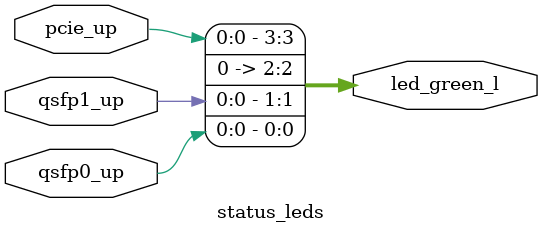
<source format=v>
module status_leds
(
    input qsfp0_up, qsfp1_up, pcie_up,

    output[3:0] led_green_l
);

assign led_green_l  = {pcie_up, 1'b0, qsfp1_up, qsfp0_up};

endmodule
</source>
